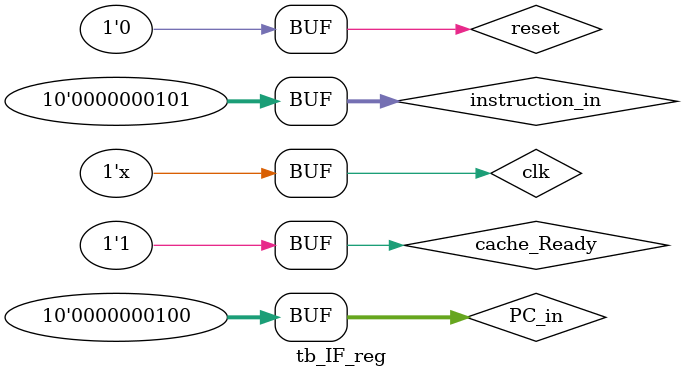
<source format=v>
module IF_reg(
 output reg [9:0] instruction_out, PC_out,
 input wire clk, reset, cache_Ready,
 input wire [9:0] instruction_in, PC_in);

 always @(negedge clk) begin //triggered by clock rising edge
     if (reset == 1'b1) begin
        instruction_out <= 10'b0000000000; //output is 0 if reset bit is high
        PC_out  <= 10'b0;
        
        
     end
     else if (cache_Ready == 1)  begin
        instruction_out <= instruction_in; //when enabled output=input
        PC_out <= PC_in; 
        
     end
  end
endmodule

module tb_IF_reg();
     wire [9:0] instruction_out, PC_out;
     reg clk, reset, cache_Ready;
     reg [9:0] instruction_in, PC_in;
    
     IF_reg SUT(.instruction_out(instruction_out), .PC_out(PC_out), .clk(clk), .reset(reset), .cache_Ready(cache_Ready), .instruction_in(instruction_in), .PC_in(PC_in));
    
     parameter PERIOD = 10;
    
     initial clk = 1'b0; //clock starts on 0
     always #(PERIOD/2) clk = ~clk;
    
     initial begin
         cache_Ready = 1'b1;
         reset = 1'b1; #PERIOD; //test reset
         reset = 1'b0; instruction_in = 10'b1111; #PERIOD;
         PC_in = 10'b0;
         instruction_in = 10'b0111;    #PERIOD;
         PC_in = 10'b1;
         instruction_in = 10'b0011;    #PERIOD;
         PC_in = 10'b10;
         cache_Ready = 1'b0;
         instruction_in = 10'b0001;    #PERIOD;
         PC_in = 10'b10;
         instruction_in = 10'b0001;    #PERIOD;
         PC_in = 10'b10;
         instruction_in = 10'b0001;    #PERIOD;
         PC_in = 10'b11;
         cache_Ready = 1'b1;
         instruction_in = 10'b0;       #PERIOD; 
         PC_in = 10'b100;
         instruction_in = 10'b0101;    #PERIOD; 
     end
endmodule
</source>
